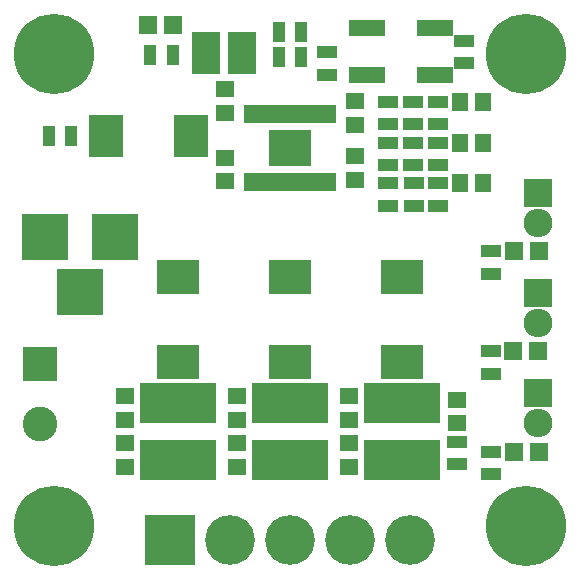
<source format=gts>
G04 #@! TF.FileFunction,Soldermask,Top*
%FSLAX46Y46*%
G04 Gerber Fmt 4.6, Leading zero omitted, Abs format (unit mm)*
G04 Created by KiCad (PCBNEW 4.0.2+dfsg1-stable) date gio 28 lug 2016 18:48:22 CEST*
%MOMM*%
G01*
G04 APERTURE LIST*
%ADD10C,0.100000*%
%ADD11R,1.650000X1.400000*%
%ADD12R,3.900120X3.900120*%
%ADD13R,3.000000X3.600000*%
%ADD14C,4.210000*%
%ADD15R,4.210000X4.210000*%
%ADD16R,1.400000X1.650000*%
%ADD17R,1.598880X1.598880*%
%ADD18R,2.400000X3.600000*%
%ADD19R,6.400000X3.400000*%
%ADD20R,2.940000X2.940000*%
%ADD21C,2.940000*%
%ADD22R,2.432000X2.432000*%
%ADD23O,2.432000X2.432000*%
%ADD24R,1.700000X1.100000*%
%ADD25R,1.100000X1.700000*%
%ADD26R,3.150000X1.400000*%
%ADD27C,6.800000*%
%ADD28R,3.600000X3.000000*%
%ADD29R,0.800000X1.500000*%
%ADD30R,3.650000X3.140000*%
G04 APERTURE END LIST*
D10*
D11*
X143100000Y-116300000D03*
X143100000Y-114300000D03*
D12*
X114200140Y-100500000D03*
X108200660Y-100500000D03*
X111200400Y-105199000D03*
D13*
X113400000Y-92000000D03*
X120600000Y-92000000D03*
D14*
X123920000Y-126200000D03*
X129000000Y-126200000D03*
D15*
X118840000Y-126200000D03*
D14*
X134080000Y-126200000D03*
X139160000Y-126200000D03*
D11*
X123500000Y-90000000D03*
X123500000Y-88000000D03*
X134450000Y-93700000D03*
X134450000Y-95700000D03*
X123500000Y-93800000D03*
X123500000Y-95800000D03*
X134450000Y-91050000D03*
X134450000Y-89050000D03*
D16*
X145350000Y-92550000D03*
X143350000Y-92550000D03*
D11*
X124500000Y-118000000D03*
X124500000Y-120000000D03*
X124500000Y-116000000D03*
X124500000Y-114000000D03*
D16*
X145350000Y-96000000D03*
X143350000Y-96000000D03*
D11*
X115000000Y-118000000D03*
X115000000Y-120000000D03*
X115000000Y-116000000D03*
X115000000Y-114000000D03*
D16*
X145350000Y-89100000D03*
X143350000Y-89100000D03*
D11*
X134000000Y-118000000D03*
X134000000Y-120000000D03*
X134000000Y-116000000D03*
X134000000Y-114000000D03*
D17*
X116950980Y-82600000D03*
X119049020Y-82600000D03*
X149999020Y-110200000D03*
X147900980Y-110200000D03*
X150049020Y-118700000D03*
X147950980Y-118700000D03*
X150049020Y-101750000D03*
X147950980Y-101750000D03*
D18*
X121900000Y-84950000D03*
X124900000Y-84950000D03*
D19*
X129000000Y-114600000D03*
X129000000Y-119400000D03*
X119500000Y-114600000D03*
X119500000Y-119400000D03*
X138500000Y-114600000D03*
X138500000Y-119400000D03*
D20*
X107800000Y-111260000D03*
D21*
X107800000Y-116340000D03*
D22*
X150000000Y-105250000D03*
D23*
X150000000Y-107790000D03*
D22*
X150000000Y-113750000D03*
D23*
X150000000Y-116290000D03*
D22*
X150000000Y-96800000D03*
D23*
X150000000Y-99340000D03*
D24*
X132100000Y-84900000D03*
X132100000Y-86800000D03*
X143700000Y-85800000D03*
X143700000Y-83900000D03*
D25*
X108550000Y-92000000D03*
X110450000Y-92000000D03*
X129950000Y-83200000D03*
X128050000Y-83200000D03*
X129950000Y-85300000D03*
X128050000Y-85300000D03*
D24*
X141550000Y-94450000D03*
X141550000Y-92550000D03*
X137250000Y-92550000D03*
X137250000Y-94450000D03*
X139400000Y-94450000D03*
X139400000Y-92550000D03*
X146000000Y-112100000D03*
X146000000Y-110200000D03*
X141550000Y-97900000D03*
X141550000Y-96000000D03*
X137250000Y-97900000D03*
X137250000Y-96000000D03*
X139450000Y-97900000D03*
X139450000Y-96000000D03*
X146000000Y-120600000D03*
X146000000Y-118700000D03*
X141550000Y-91000000D03*
X141550000Y-89100000D03*
X137250000Y-89100000D03*
X137250000Y-91000000D03*
X139400000Y-91000000D03*
X139400000Y-89100000D03*
X146000000Y-103650000D03*
X146000000Y-101750000D03*
D26*
X135525000Y-86800000D03*
X141275000Y-86800000D03*
X141275000Y-82800000D03*
X135525000Y-82800000D03*
D27*
X109000000Y-85000000D03*
X109000000Y-125000000D03*
X149000000Y-125000000D03*
X149000000Y-85000000D03*
D28*
X129000000Y-103900000D03*
X129000000Y-111100000D03*
X119500000Y-103900000D03*
X119500000Y-111100000D03*
X138500000Y-103900000D03*
X138500000Y-111100000D03*
D29*
X125425000Y-95850000D03*
X126075000Y-95850000D03*
X126725000Y-95850000D03*
X127375000Y-95850000D03*
X128025000Y-95850000D03*
X128675000Y-95850000D03*
X129325000Y-95850000D03*
X129975000Y-95850000D03*
X130625000Y-95850000D03*
X131275000Y-95850000D03*
X131925000Y-95850000D03*
X132575000Y-95850000D03*
X132575000Y-90150000D03*
X131925000Y-90150000D03*
X131275000Y-90150000D03*
X130625000Y-90150000D03*
X129975000Y-90150000D03*
X129325000Y-90150000D03*
X128675000Y-90150000D03*
X128025000Y-90150000D03*
X127375000Y-90150000D03*
X126725000Y-90150000D03*
X126075000Y-90150000D03*
X125425000Y-90150000D03*
D30*
X129000000Y-93000000D03*
D25*
X117160000Y-85090000D03*
X119060000Y-85090000D03*
D24*
X143100000Y-117850000D03*
X143100000Y-119750000D03*
M02*

</source>
